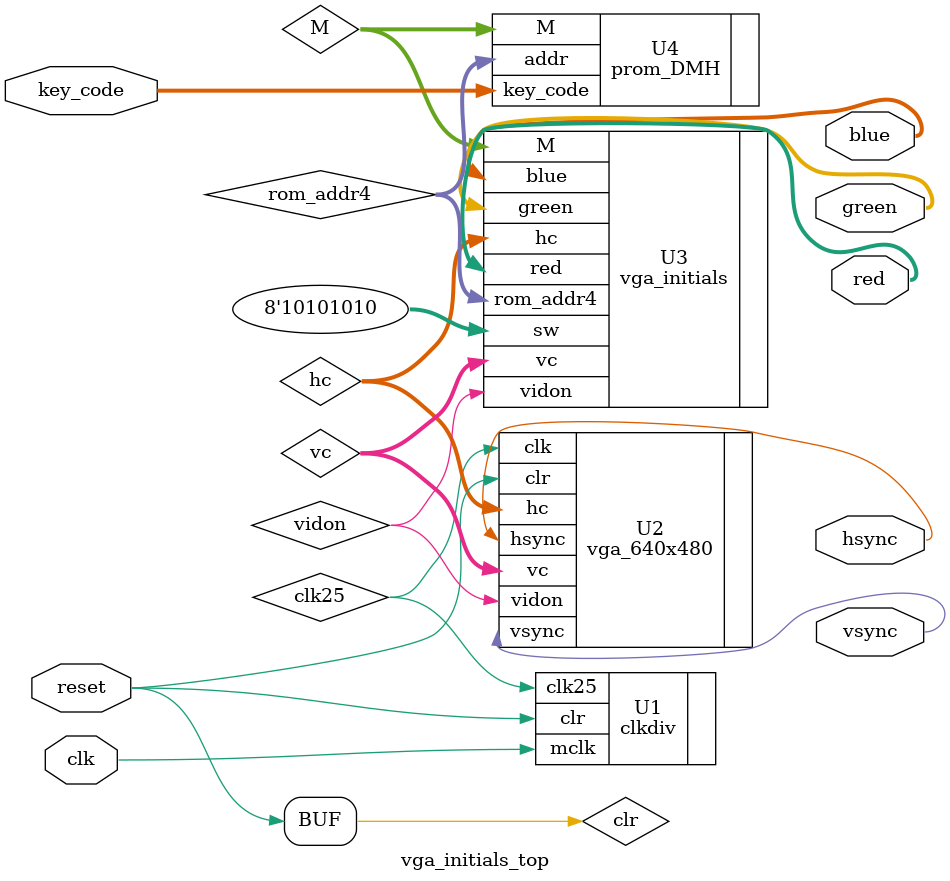
<source format=v>
`timescale 1ns / 1ps


module vga_initials_top(
input wire clk,
input wire  reset,
input wire [7:0] key_code,
output wire hsync,
output wire vsync,
output wire [2:0] red,
output wire [2:0] green,
output wire [1:0] blue
);


wire clr, clk25,vidon;
wire [9:0] hc,vc;
wire [0:31] M;
wire [3:0] rom_addr4;

assign clr = reset;

clkdiv U1 	(
		.mclk(clk),
		.clr(clr),
		.clk25(clk25)
				);
				
vga_640x480 U2	(
		.clk(clk25),
		.clr(clr),
		.hsync(hsync),
		.vsync(vsync),
		.hc(hc),
		.vc(vc),
		.vidon(vidon)
					);
					
vga_initials U3	(
		.vidon(vidon),
		.hc(hc),
		.vc(vc),
		.M(M),
		.sw(8'b10101010),
		.rom_addr4(rom_addr4),
		.red(red),
		.green(green),
		.blue(blue)
						);
						
						
prom_DMH U4	(
		.addr(rom_addr4),
		.M(M),
		.key_code(key_code)
				);


endmodule

</source>
